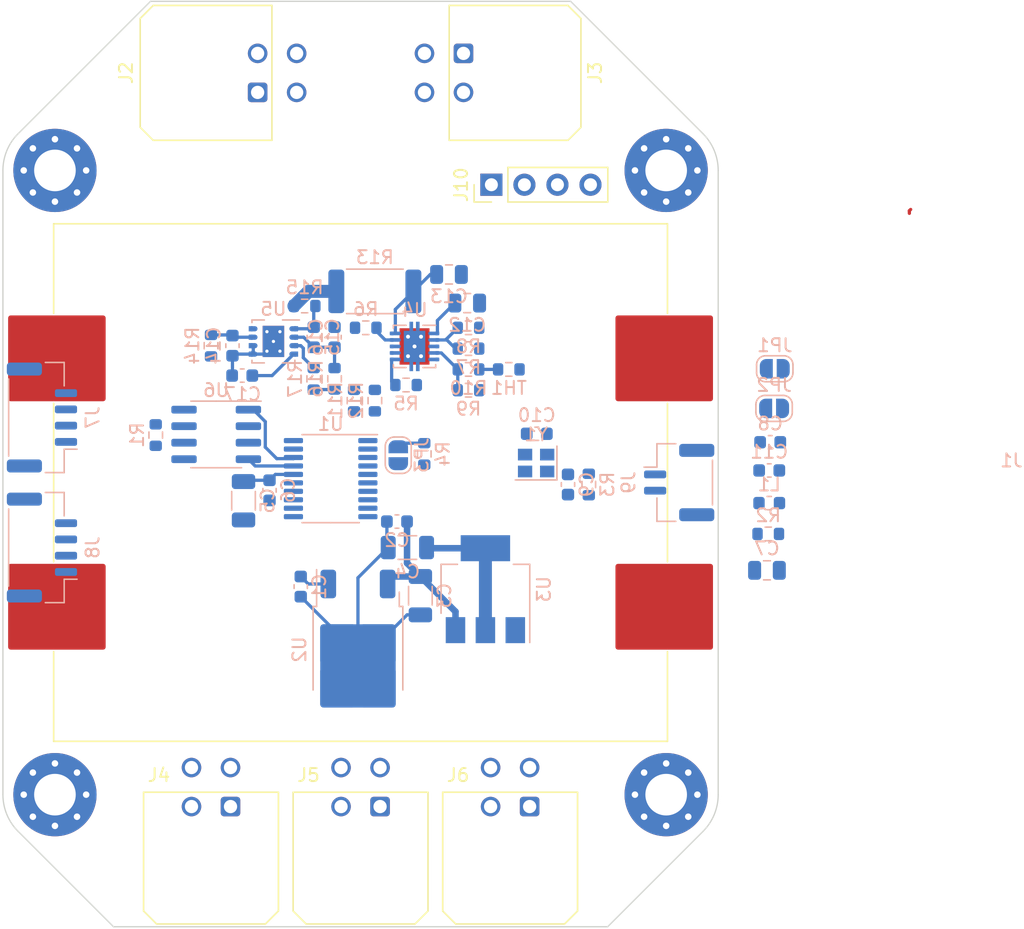
<source format=kicad_pcb>
(kicad_pcb (version 20221018) (generator pcbnew)
  (layers (0 "F.Cu" signal) (31 "B.Cu" signal) (34 "B.Paste" user) (35 "F.Paste" user) (36 "B.SilkS" user "B.Silkscreen") (37 "F.SilkS" user "F.Silkscreen") (38 "B.Mask" user) (39 "F.Mask" user) (44 "Edge.Cuts" user))
  (net 0 "")
  (net 1 "+BATT")
  (net 2 "Net-(J1-Pin_2)")
  (net 3 "GND")
  (net 4 "+VSW")
  (net 5 "BATT_RAW")
  (net 6 "Net-(J7-Pin_1)")
  (net 7 "CAN+")
  (net 8 "CAN-")
  (net 9 "+5V")
  (net 10 "+3V3")
  (net 14 "VDC")
  (net 15 "Net-(U4-CHM_TMR)")
  (net 16 "Net-(U4-VSET)")
  (net 17 "Net-(U4-ISET)")
  (net 18 "NTC")
  (net 19 "STAT1")
  (net 20 "STAT2")
  (net 21 "Net-(U5-VDD)")
  (net 22 "Net-(U5-VC2)")
  (net 23 "Net-(U5-VC1)")
  (net 24 "Net-(U5-VC1_CB)")
  (net 25 "Net-(D1-K)")
  (net 26 "CHARGE_ENABLE")
  (net 27 "Net-(U5-CD)")
  (net 28 "BLNCR_OUT")
  (net 29 "Net-(R10-Pad2)")
  (net 30 "BREAKWIRE")
  (net 31 "VDDA")
  (net 32 "Net-(C9-Pad2)")
  (net 33 "OSC_OUT")
  (net 34 "NRST")
  (net 35 "SWDIO")
  (net 36 "SWCLK")
  (net 37 "OSC_IN")
  (net 38 "BOOT")
  (net 39 "CAN_RX")
  (net 40 "CAN_TX")
  (footprint "MountingHole:MountingHole_3.2mm_M3_Pad_Via" (layer "F.Cu") (at 147 148)
    (fp_text reference "H4" hide)
    (fp_text value "MountingHole_Pad" hide)
  )
  (footprint "MountingHole:MountingHole_3.2mm_M3_Pad_Via" (layer "F.Cu") (at 147 100)
    (fp_text reference "H2" hide)
    (fp_text value "MountingHole_Pad" hide)
  )
  (footprint "Connector_PinHeader_2.54mm:PinHeader_1x04_P2.54mm_Vertical" (layer "F.Cu") (at 133.56 101.1 90)
    (fp_text reference "J10")
    (fp_text value "SWD Header" hide)
  )
  (footprint "Connector_Molex:Molex_Micro-Fit_3.0_43045-0400_2x02_P3.00mm_Horizontal" (layer "F.Cu") (at 131.415 91 -90)
    (fp_text reference "J3")
    (fp_text value "Molex MicroFit 2x2" hide)
  )
  (footprint "Connector_Molex:Molex_Micro-Fit_3.0_43045-0400_2x02_P3.00mm_Horizontal" (layer "F.Cu") (at 136.5 148.915 180)
    (fp_text reference "J6")
    (fp_text value "Molex MicroFit 2x2" hide)
  )
  (footprint "Connector_Molex:Molex_Micro-Fit_3.0_43045-0400_2x02_P3.00mm_Horizontal" (layer "F.Cu") (at 125 148.915 180)
    (fp_text reference "J5")
    (fp_text value "Molex MicroFit 2x2" hide)
  )
  (footprint "MountingHole:MountingHole_3.2mm_M3_Pad_Via" (layer "F.Cu") (at 100 148)
    (fp_text reference "H3" hide)
    (fp_text value "MountingHole_Pad" hide)
  )
  (footprint "frodo_power_module:keystone_1098" (layer "F.Cu") (at 123.5 124)
    (fp_text reference "J1")
    (fp_text value "Keystone 1098")
  )
  (footprint "MountingHole:MountingHole_3.2mm_M3_Pad_Via" (layer "F.Cu") (at 100 100)
    (fp_text reference "H1" hide)
    (fp_text value "MountingHole_Pad" hide)
  )
  (footprint "Connector_Molex:Molex_Micro-Fit_3.0_43045-0400_2x02_P3.00mm_Horizontal" (layer "F.Cu") (at 113.5 148.915 180)
    (fp_text reference "J4")
    (fp_text value "Molex MicroFit 2x2" hide)
  )
  (footprint "Connector_Molex:Molex_Micro-Fit_3.0_43045-0400_2x02_P3.00mm_Horizontal" (layer "F.Cu") (at 115.585 94 90)
    (fp_text reference "J2")
    (fp_text value "Molex MicroFit 2x2" hide)
  )
  (footprint "Resistor_SMD:R_0603_1608Metric" (layer "B.Cu") (at 123 117.7 -90)
    (fp_text reference "R11")
    (fp_text value "10k")
  )
  (footprint "Capacitor_SMD:C_0603_1608Metric" (layer "B.Cu") (at 113.65 113.475 -90)
    (fp_text reference "C14")
    (fp_text value "100n")
  )
  (footprint "Package_SON:Texas_S-PVSON-N10_ThermalVias" (layer "B.Cu") (at 127.65 113.535 180)
    (fp_text reference "U4")
    (fp_text value "BQ25171-Q1")
  )
  (footprint "Capacitor_SMD:C_0603_1608Metric" (layer "B.Cu") (at 155 120.9 180)
    (fp_text reference "C8")
    (fp_text value "100n")
  )
  (footprint "Oscillator:Oscillator_SMD_SeikoEpson_SG210-4Pin_2.5x2.0mm" (layer "B.Cu") (at 137 122.5 180)
    (fp_text reference "Y1")
    (fp_text value "8MHz")
  )
  (footprint "Capacitor_SMD:C_0603_1608Metric" (layer "B.Cu") (at 119.9 112.825 90)
    (fp_text reference "C15")
    (fp_text value "100n")
  )
  (footprint "Package_SON:Texas_S-PVSON-N8_ThermalVias" (layer "B.Cu") (at 116.8 113.15 180)
    (fp_text reference "U5")
    (fp_text value "BQ29200")
  )
  (footprint "Capacitor_SMD:C_0805_2012Metric" (layer "B.Cu") (at 131.7 110.2)
    (fp_text reference "C12")
    (fp_text value "1u")
  )
  (footprint "Capacitor_SMD:C_0805_2012Metric" (layer "B.Cu") (at 130.3 108)
    (fp_text reference "C13")
    (fp_text value "1u")
  )
  (footprint "Jumper:SolderJumper-2_P1.3mm_Open_RoundedPad1.0x1.5mm" (layer "B.Cu") (at 155.35 115.25 180)
    (fp_text reference "JP1")
    (fp_text value "SolderJumper_2_Open")
  )
  (footprint "Capacitor_SMD:C_0603_1608Metric" (layer "B.Cu") (at 116.5 124.6 90)
    (fp_text reference "C6")
    (fp_text value "100n")
  )
  (footprint "Connector_JST:JST_GH_SM04B-GHS-TB_1x04-1MP_P1.25mm_Horizontal" (layer "B.Cu") (at 99 119 90)
    (fp_text reference "J7")
    (fp_text value "JST-GH" hide)
  )
  (footprint "Capacitor_SMD:C_0603_1608Metric" (layer "B.Cu") (at 139.45 124.15 90)
    (fp_text reference "C9")
    (fp_text value "TODO")
  )
  (footprint "Resistor_SMD:R_0603_1608Metric" (layer "B.Cu") (at 131.8 112.1)
    (fp_text reference "R8")
    (fp_text value "1k")
  )
  (footprint "Capacitor_SMD:C_1206_3216Metric" (layer "B.Cu") (at 128.1 132.7 90)
    (fp_text reference "C3")
    (fp_text value "10u")
  )
  (footprint "Resistor_SMD:R_2512_6332Metric" (layer "B.Cu") (at 124.6 109.3 180)
    (fp_text reference "R13")
    (fp_text value "TODO")
  )
  (footprint "Capacitor_SMD:C_0603_1608Metric" (layer "B.Cu") (at 137.05 120.25 180)
    (fp_text reference "C10")
    (fp_text value "TODO")
  )
  (footprint "Capacitor_SMD:C_0603_1608Metric" (layer "B.Cu") (at 118.9 132 90)
    (fp_text reference "C1")
    (fp_text value "330n")
  )
  (footprint "Package_SO:SOIC-8_3.9x4.9mm_P1.27mm" (layer "B.Cu") (at 112.4 120.3 180)
    (fp_text reference "U6")
    (fp_text value "MCP2562-E-SN")
  )
  (footprint "Capacitor_SMD:C_0603_1608Metric" (layer "B.Cu") (at 114.4 115.775)
    (fp_text reference "C17")
    (fp_text value "100n")
  )
  (footprint "Resistor_SMD:R_0603_1608Metric" (layer "B.Cu") (at 131.8 116.9)
    (fp_text reference "R9")
    (fp_text value "DNP")
  )
  (footprint "Resistor_SMD:R_0603_1608Metric" (layer "B.Cu") (at 119.9 116.025 -90)
    (fp_text reference "R17")
    (fp_text value "100")
  )
  (footprint "Resistor_SMD:R_0603_1608Metric" (layer "B.Cu") (at 119.2 110.425 180)
    (fp_text reference "R15")
    (fp_text value "160")
  )
  (footprint "Resistor_SMD:R_0603_1608Metric" (layer "B.Cu") (at 124.6 117.7 -90)
    (fp_text reference "R12")
    (fp_text value "10k")
  )
  (footprint "Capacitor_SMD:C_0805_2012Metric" (layer "B.Cu") (at 154.75 130.75 180)
    (fp_text reference "C7")
    (fp_text value "1u")
  )
  (footprint "Package_SO:TSSOP-20_4.4x6.5mm_P0.65mm" (layer "B.Cu") (at 121.2 123.7 180)
    (fp_text reference "U1")
    (fp_text value "STM32F042F6Px")
  )
  (footprint "Resistor_SMD:R_0603_1608Metric" (layer "B.Cu") (at 123.9 112.1 180)
    (fp_text reference "R6")
    (fp_text value "3.6k")
  )
  (footprint "Jumper:SolderJumper-2_P1.3mm_Open_RoundedPad1.0x1.5mm" (layer "B.Cu") (at 155.3 118.3 180)
    (fp_text reference "JP2")
    (fp_text value "SolderJumper_2_Open")
  )
  (footprint "Resistor_SMD:R_0603_1608Metric" (layer "B.Cu") (at 121.5 116.025 -90)
    (fp_text reference "R16")
    (fp_text value "260")
  )
  (footprint "Capacitor_SMD:C_0603_1608Metric" (layer "B.Cu") (at 126.3 127)
    (fp_text reference "C2")
    (fp_text value "100n")
  )
  (footprint "Connector_JST:JST_GH_SM04B-GHS-TB_1x04-1MP_P1.25mm_Horizontal" (layer "B.Cu") (at 99 129 90)
    (fp_text reference "J8")
    (fp_text value "JST-GH" hide)
  )
  (footprint "Resistor_SMD:R_0603_1608Metric" (layer "B.Cu") (at 134.9 115.3)
    (fp_text reference "TH1")
    (fp_text value "NCU18XH103F6SRB")
  )
  (footprint "Capacitor_SMD:C_0603_1608Metric" (layer "B.Cu") (at 121.5 112.825 -90)
    (fp_text reference "C16")
    (fp_text value "100n")
  )
  (footprint "Capacitor_SMD:C_1206_3216Metric" (layer "B.Cu") (at 127.1 129)
    (fp_text reference "C4")
    (fp_text value "22u")
  )
  (footprint "Jumper:SolderJumper-2_P1.3mm_Open_RoundedPad1.0x1.5mm" (layer "B.Cu") (at 126.4 121.9 90)
    (fp_text reference "JP3")
    (fp_text value "SolderJumper_2_Open")
  )
  (footprint "Resistor_SMD:R_0603_1608Metric" (layer "B.Cu") (at 131.8 115.3)
    (fp_text reference "R10")
    (fp_text value "0")
  )
  (footprint "Package_TO_SOT_SMD:SOT-223-3_TabPin2" (layer "B.Cu") (at 133.1 132.2 90)
    (fp_text reference "U3")
    (fp_text value "AZ1117I-3.3")
  )
  (footprint "Resistor_SMD:R_0603_1608Metric" (layer "B.Cu") (at 107.75 120.35 -90)
    (fp_text reference "R1")
    (fp_text value "120, DNP")
  )
  (footprint "Resistor_SMD:R_0603_1608Metric" (layer "B.Cu") (at 141.05 124.15 90)
    (fp_text reference "R3")
    (fp_text value "TODO")
  )
  (footprint "Capacitor_SMD:C_1206_3216Metric" (layer "B.Cu") (at 114.5 125.4 90)
    (fp_text reference "C5")
    (fp_text value "4u7")
  )
  (footprint "Package_TO_SOT_SMD:TO-252-2" (layer "B.Cu") (at 123.3 136.84 -90)
    (fp_text reference "U2")
    (fp_text value "L7805")
  )
  (footprint "Resistor_SMD:R_0603_1608Metric" (layer "B.Cu") (at 128.4 121.8 90)
    (fp_text reference "R4")
    (fp_text value "10k")
  )
  (footprint "Resistor_SMD:R_0603_1608Metric" (layer "B.Cu") (at 131.8 113.7)
    (fp_text reference "R7")
    (fp_text value "1k")
  )
  (footprint "Connector_JST:JST_GH_SM02B-GHS-TB_1x02-1MP_P1.25mm_Horizontal" (layer "B.Cu") (at 148 124 -90)
    (fp_text reference "J9")
    (fp_text value "JST-GH" hide)
  )
  (footprint "Resistor_SMD:R_0603_1608Metric" (layer "B.Cu") (at 127 116.5)
    (fp_text reference "R5")
    (fp_text value "100k")
  )
  (footprint "Inductor_SMD:L_0603_1608Metric" (layer "B.Cu") (at 154.925 125.58 180)
    (fp_text reference "L1")
    (fp_text value "BEAD")
  )
  (footprint "Capacitor_SMD:C_0603_1608Metric" (layer "B.Cu") (at 154.925 123.07 180)
    (fp_text reference "C11")
    (fp_text value "100n")
  )
  (footprint "Resistor_SMD:R_0603_1608Metric" (layer "B.Cu") (at 112 113.475 -90)
    (fp_text reference "R14")
    (fp_text value "100")
  )
  (footprint "Resistor_SMD:R_0603_1608Metric" (layer "B.Cu") (at 154.85 127.95 180)
    (fp_text reference "R2")
    (fp_text value "10k")
  )
  (gr_line (start 97.171573 150.828427) (end 104.5 158.156854) (stroke (width 0.1)) (layer "Edge.Cuts"))
  (gr_arc (start 151 148) (mid 150.695518 149.530734) (end 149.828427 150.828427) (stroke (width 0.1)) (layer "Edge.Cuts"))
  (gr_line (start 151 100) (end 151 148) (stroke (width 0.1)) (layer "Edge.Cuts"))
  (gr_line (start 149.828427 150.828427) (end 142.5 158.156854) (stroke (width 0.1)) (layer "Edge.Cuts"))
  (gr_line (start 142.5 158.156854) (end 104.5 158.156854) (stroke (width 0.1)) (layer "Edge.Cuts"))
  (gr_arc (start 149.828427 97.171573) (mid 150.695518 98.469266) (end 151 100) (stroke (width 0.1)) (layer "Edge.Cuts"))
  (gr_arc (start 97.171573 150.828427) (mid 96.304482 149.530734) (end 96 148) (stroke (width 0.1)) (layer "Edge.Cuts"))
  (gr_line (start 149.828427 97.171573) (end 139.656854 87) (stroke (width 0.1)) (layer "Edge.Cuts"))
  (gr_line (start 97.171573 97.171573) (end 107.343146 87) (stroke (width 0.1)) (layer "Edge.Cuts"))
  (gr_line (start 107.343146 87) (end 139.656854 87) (stroke (width 0.1)) (layer "Edge.Cuts"))
  (gr_line (start 96 148) (end 96 100) (stroke (width 0.1)) (layer "Edge.Cuts"))
  (gr_arc (start 96 100) (mid 96.304482 98.469266) (end 97.171573 97.171573) (stroke (width 0.1)) (layer "Edge.Cuts"))
  (segment (start 165.7 103.1) (end 165.8 103) (width 0.25) (layer "F.Cu") (net 0))
  (segment (start 165.7 103.3) (end 165.7 103.1) (width 0.25) (layer "F.Cu") (net 0))
  (segment (start 129.35 108) (end 128.8625 108) (width 0.25) (layer "B.Cu") (net 1))
  (segment (start 126.175 110.6875) (end 127.5625 109.3) (width 0.25) (layer "B.Cu") (net 1))
  (segment (start 128.8625 108) (end 127.5625 109.3) (width 0.25) (layer "B.Cu") (net 1))
  (segment (start 126.175 112.535) (end 126.175 110.6875) (width 0.25) (layer "B.Cu") (net 1))
  (segment (start 119.9 116.85) (end 121.5 116.85) (width 0.25) (layer "B.Cu") (net 2))
  (segment (start 116.075 114.125) (end 116.3 113.9) (width 0.25) (layer "B.Cu") (net 3))
  (segment (start 115.25 113.475) (end 115.25 113.925) (width 0.25) (layer "B.Cu") (net 3))
  (segment (start 121.775 135.65) (end 121.775 136.425) (width 0.25) (layer "B.Cu") (net 3))
  (segment (start 113.65 114.25) (end 113.65 115.75) (width 0.25) (layer "B.Cu") (net 3))
  (segment (start 113.775 114.125) (end 113.65 114.25) (width 0.25) (layer "B.Cu") (net 3))
  (segment (start 125.625 129) (end 123.3 131.325) (width 0.25) (layer "B.Cu") (net 3))
  (segment (start 118.9 132.775) (end 121.775 135.65) (width 0.25) (layer "B.Cu") (net 3))
  (segment (start 121.55 112.1) (end 121.5 112.05) (width 0.25) (layer "B.Cu") (net 3))
  (segment (start 113.65 115.75) (end 113.625 115.775) (width 0.25) (layer "B.Cu") (net 3))
  (segment (start 123.3 131.325) (end 123.3 138.1) (width 0.25) (layer "B.Cu") (net 3))
  (segment (start 128.1 134.175) (end 127.075 134.175) (width 0.25) (layer "B.Cu") (net 3))
  (segment (start 125.525 127) (end 125.525 128.9) (width 0.25) (layer "B.Cu") (net 3))
  (segment (start 115.25 114.125) (end 116.075 114.125) (width 0.25) (layer "B.Cu") (net 3))
  (segment (start 115.25 113.925) (end 115.05 114.125) (width 0.25) (layer "B.Cu") (net 3))
  (segment (start 127.075 134.175) (end 124.825 136.425) (width 0.25) (layer "B.Cu") (net 3))
  (segment (start 128.1 134.175) (end 128.25 134.025) (width 0.25) (layer "B.Cu") (net 3))
  (segment (start 125.7 137.3) (end 124.825 136.425) (width 0.25) (layer "B.Cu") (net 3))
  (segment (start 125.525 128.9) (end 125.625 129) (width 0.25) (layer "B.Cu") (net 3))
  (segment (start 115.05 114.125) (end 113.775 114.125) (width 0.25) (layer "B.Cu") (net 3))
  (segment (start 119.475 131.8) (end 118.9 131.225) (width 0.25) (layer "B.Cu") (net 4))
  (segment (start 121.02 131.8) (end 119.475 131.8) (width 0.25) (layer "B.Cu") (net 4))
  (segment (start 118.375 110.425) (end 119.5 109.3) (width 1) (layer "B.Cu") (net 5))
  (segment (start 119.5 109.3) (end 121.6375 109.3) (width 1) (layer "B.Cu") (net 5))
  (segment (start 130.8 135.35) (end 130.8 133.925) (width 0.5) (layer "B.Cu") (net 9))
  (segment (start 126.155 131.225) (end 128.1 131.225) (width 0.5) (layer "B.Cu") (net 9))
  (segment (start 125.58 131.8) (end 126.155 131.225) (width 0.25) (layer "B.Cu") (net 9))
  (segment (start 127.075 127) (end 127.075 130.2) (width 0.5) (layer "B.Cu") (net 9))
  (segment (start 130.8 133.925) (end 128.1 131.225) (width 0.5) (layer "B.Cu") (net 9))
  (segment (start 127.075 130.2) (end 128.1 131.225) (width 0.5) (layer "B.Cu") (net 9))
  (segment (start 133.1 135.35) (end 133.1 129.05) (width 1) (layer "B.Cu") (net 10))
  (segment (start 118.3375 123.375) (end 116.95 123.375) (width 0.25) (layer "B.Cu") (net 10))
  (segment (start 128.625 129.05) (end 128.575 129) (width 0.25) (layer "B.Cu") (net 10))
  (segment (start 114.6 123.825) (end 114.5 123.925) (width 0.25) (layer "B.Cu") (net 10))
  (segment (start 133.1 129.05) (end 128.625 129.05) (width 0.5) (layer "B.Cu") (net 10))
  (segment (start 116.95 123.375) (end 116.5 123.825) (width 0.25) (layer "B.Cu") (net 10))
  (segment (start 116.5 123.825) (end 114.6 123.825) (width 0.25) (layer "B.Cu") (net 10))
  (segment (start 125.89 116.215) (end 126.175 116.5) (width 0.25) (layer "B.Cu") (net 15))
  (segment (start 125.89 114.535) (end 125.89 116.215) (width 0.25) (layer "B.Cu") (net 15))
  (segment (start 125.39 113.035) (end 125.89 113.035) (width 0.25) (layer "B.Cu") (net 16))
  (segment (start 124.725 112.37) (end 125.39 113.035) (width 0.25) (layer "B.Cu") (net 16))
  (segment (start 124.725 112.1) (end 124.725 112.37) (width 0.25) (layer "B.Cu") (net 16))
  (segment (start 130.975 113.7) (end 130.8 113.7) (width 0.25) (layer "B.Cu") (net 17))
  (segment (start 129.41 113.035) (end 130.04 113.035) (width 0.25) (layer "B.Cu") (net 17))
  (segment (start 130.8 113.7) (end 130.0875 112.9875) (width 0.25) (layer "B.Cu") (net 17))
  (segment (start 130.04 113.035) (end 130.0875 112.9875) (width 0.25) (layer "B.Cu") (net 17))
  (segment (start 130.0875 112.9875) (end 130.975 112.1) (width 0.25) (layer "B.Cu") (net 17))
  (segment (start 129.71 114.035) (end 130.975 115.3) (width 0.25) (layer "B.Cu") (net 18))
  (segment (start 129.41 114.035) (end 129.71 114.035) (width 0.25) (layer "B.Cu") (net 18))
  (segment (start 130.975 115.3) (end 130.975 116.9) (width 0.25) (layer "B.Cu") (net 18))
  (segment (start 113.6 112.65) (end 113.65 112.7) (width 0.25) (layer "B.Cu") (net 21))
  (segment (start 115.05 112.825) (end 113.775 112.825) (width 0.25) (layer "B.Cu") (net 21))
  (segment (start 112 112.65) (end 113.6 112.65) (width 0.25) (layer "B.Cu") (net 21))
  (segment (start 113.775 112.825) (end 113.65 112.7) (width 0.25) (layer "B.Cu") (net 21))
  (segment (start 119.9 112.05) (end 119.9 110.55) (width 0.25) (layer "B.Cu") (net 22))
  (segment (start 119.9 110.55) (end 120.025 110.425) (width 0.25) (layer "B.Cu") (net 22))
  (segment (start 119.775 112.175) (end 119.9 112.05) (width 0.25) (layer "B.Cu") (net 22))
  (segment (start 118.55 112.175) (end 119.775 112.175) (width 0.25) (layer "B.Cu") (net 22))
  (segment (start 121.5 113.6) (end 119.9 113.6) (width 0.25) (layer "B.Cu") (net 23))
  (segment (start 119.125 112.825) (end 118.55 112.825) (width 0.25) (layer "B.Cu") (net 23))
  (segment (start 119.9 113.6) (end 119.125 112.825) (width 0.25) (layer "B.Cu") (net 23))
  (segment (start 121.5 113.6) (end 121.5 115.2) (width 0.25) (layer "B.Cu") (net 23))
  (segment (start 118.35 113.475) (end 118.9 113.475) (width 0.25) (layer "B.Cu") (net 24))
  (segment (start 119.1 113.675) (end 119.1 114.4) (width 0.25) (layer "B.Cu") (net 24))
  (segment (start 119.1 114.4) (end 119.9 115.2) (width 0.25) (layer "B.Cu") (net 24))
  (segment (start 118.9 113.475) (end 119.1 113.675) (width 0.25) (layer "B.Cu") (net 24))
  (segment (start 129.41 112.535) (end 129.41 111.54) (width 0.25) (layer "B.Cu") (net 25))
  (segment (start 129.41 111.54) (end 130.75 110.2) (width 0.25) (layer "B.Cu") (net 25))
  (segment (start 118.35 114.125) (end 118.55 114.125) (width 0.25) (layer "B.Cu") (net 27))
  (segment (start 116.7 115.775) (end 118.35 114.125) (width 0.25) (layer "B.Cu") (net 27))
  (segment (start 115.175 115.775) (end 116.7 115.775) (width 0.25) (layer "B.Cu") (net 27))
  (segment (start 134.075 115.3) (end 132.625 115.3) (width 0.25) (layer "B.Cu") (net 29))
  (segment (start 126.675 120.975) (end 126.4 121.25) (width 0.25) (layer "B.Cu") (net 38))
  (segment (start 128.4 120.975) (end 126.675 120.975) (width 0.25) (layer "B.Cu") (net 38))
  (segment (start 115.395 122.725) (end 114.875 122.205) (width 0.25) (layer "B.Cu") (net 39))
  (segment (start 118.3375 122.725) (end 115.395 122.725) (width 0.25) (layer "B.Cu") (net 39))
  (segment (start 118.3375 122.1625) (end 117.055749 122.1625) (width 0.25) (layer "B.Cu") (net 40))
  (segment (start 116.175 121.281751) (end 116.175 119.318249) (width 0.25) (layer "B.Cu") (net 40))
  (segment (start 115.251751 118.395) (end 114.875 118.395) (width 0.25) (layer "B.Cu") (net 40))
  (segment (start 118.3375 122.075) (end 118.3375 122.1625) (width 0.25) (layer "B.Cu") (net 40))
  (segment (start 116.175 119.318249) (end 115.251751 118.395) (width 0.25) (layer "B.Cu") (net 40))
  (segment (start 117.055749 122.1625) (end 116.175 121.281751) (width 0.25) (layer "B.Cu") (net 40))
)
</source>
